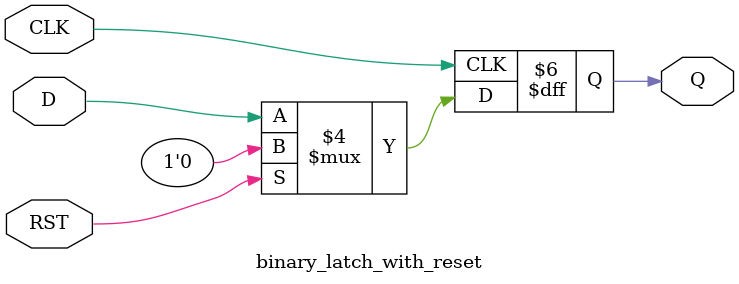
<source format=v>
module binary_latch_with_reset(
    input CLK,
    input RST,
    input D,
    output reg Q
);

always @(posedge CLK) begin
    if (RST == 1) begin
        Q <= 0;
    end else begin
        Q <= D;
    end
end

endmodule
</source>
